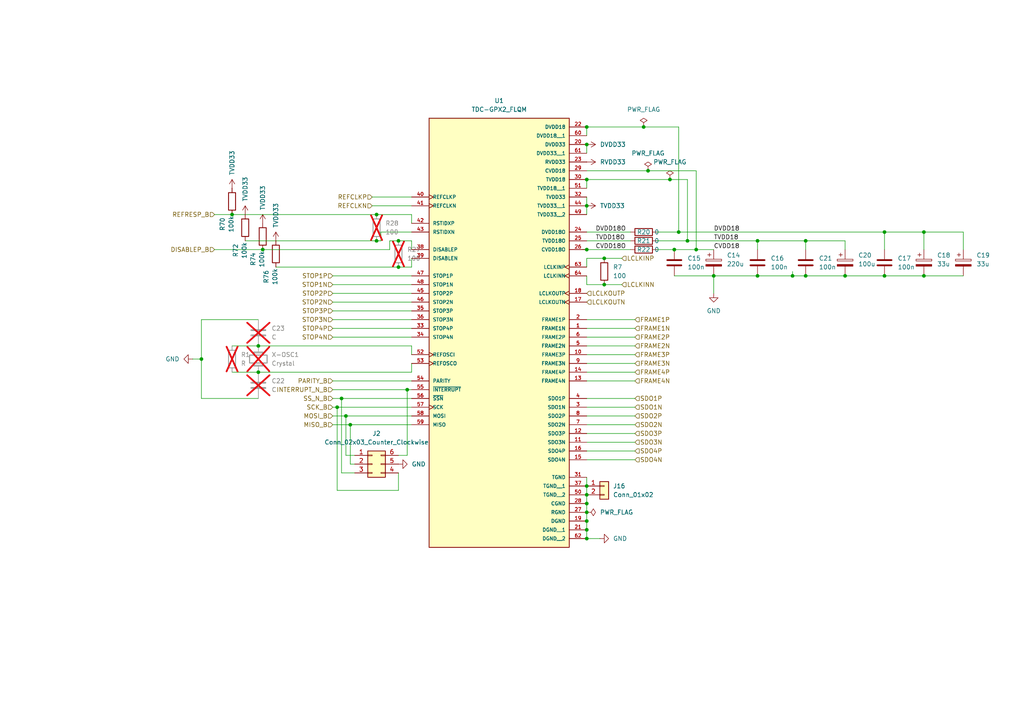
<source format=kicad_sch>
(kicad_sch (version 20231120) (generator "eeschema") (generator_version "8.0")
  (paper "A4")
  (lib_symbols
    (symbol "Connector_Generic:Conn_01x02" (pin_names (offset 1.016) hide)
      (property "Reference" "J" (at 0 2.54 0))
      (property "Value" "Conn_01x02" (at 0 -5.08 0))
      (symbol "Conn_01x02_1_1"
        (rectangle (start -1.27 -2.413) (end 0 -2.667) (stroke (width 0.1524)))
        (rectangle (start -1.27 0.127) (end 0 -0.127) (stroke (width 0.1524)))
        (rectangle (start -1.27 1.27) (end 1.27 -3.81) (stroke (width 0.254)) (fill (type background)))
        (pin passive line (at -5.08 0 0) (length 3.81) (name "Pin_1") (number "1"))
        (pin passive line (at -5.08 -2.54 0) (length 3.81) (name "Pin_2") (number "2"))
      )
    )
    (symbol "Connector_Generic:Conn_02x03_Counter_Clockwise" (pin_names (offset 1.016) hide)
      (property "Reference" "J" (at 1.27 5.08 0))
      (property "Value" "Conn_02x03_Counter_Clockwise" (at 1.27 -5.08 0))
      (symbol "Conn_02x03_Counter_Clockwise_1_1"
        (rectangle (start -1.27 -2.413) (end 0 -2.667) (stroke (width 0.1524)))
        (rectangle (start -1.27 0.127) (end 0 -0.127) (stroke (width 0.1524)))
        (rectangle (start -1.27 2.667) (end 0 2.413) (stroke (width 0.1524)))
        (rectangle (start -1.27 3.81) (end 3.81 -3.81) (stroke (width 0.254)) (fill (type background)))
        (rectangle (start 3.81 -2.413) (end 2.54 -2.667) (stroke (width 0.1524)))
        (rectangle (start 3.81 0.127) (end 2.54 -0.127) (stroke (width 0.1524)))
        (rectangle (start 3.81 2.667) (end 2.54 2.413) (stroke (width 0.1524)))
        (pin passive line (at -5.08 2.54 0) (length 3.81) (name "Pin_1") (number "1"))
        (pin passive line (at -5.08 0 0) (length 3.81) (name "Pin_2") (number "2"))
        (pin passive line (at -5.08 -2.54 0) (length 3.81) (name "Pin_3") (number "3"))
        (pin passive line (at 7.62 -2.54 180) (length 3.81) (name "Pin_4") (number "4"))
        (pin passive line (at 7.62 0 180) (length 3.81) (name "Pin_5") (number "5"))
        (pin passive line (at 7.62 2.54 180) (length 3.81) (name "Pin_6") (number "6"))
      )
    )
    (symbol "Device:C" (pin_numbers hide) (pin_names (offset 0.254))
      (property "Reference" "C" (at 0.635 2.54 0))
      (property "Value" "C" (at 0.635 -2.54 0))
      (symbol "C_0_1"
        (polyline (pts (xy -2.032 -0.762) (xy 2.032 -0.762)) (stroke (width 0.508)))
        (polyline (pts (xy -2.032 0.762) (xy 2.032 0.762)) (stroke (width 0.508)))
      )
      (symbol "C_1_1"
        (pin passive line (at 0 3.81 270) (length 2.794) (name "~") (number "1"))
        (pin passive line (at 0 -3.81 90) (length 2.794) (name "~") (number "2"))
      )
    )
    (symbol "Device:C_Polarized" (pin_numbers hide) (pin_names (offset 0.254))
      (property "Reference" "C" (at 0.635 2.54 0))
      (property "Value" "C_Polarized" (at 0.635 -2.54 0))
      (symbol "C_Polarized_0_1"
        (rectangle (start -2.286 0.508) (end 2.286 1.016))
        (polyline (pts (xy -1.778 2.286) (xy -0.762 2.286)))
        (polyline (pts (xy -1.27 2.794) (xy -1.27 1.778)))
        (rectangle (start 2.286 -0.508) (end -2.286 -1.016) (fill (type outline)))
      )
      (symbol "C_Polarized_1_1"
        (pin passive line (at 0 3.81 270) (length 2.794) (name "~") (number "1"))
        (pin passive line (at 0 -3.81 90) (length 2.794) (name "~") (number "2"))
      )
    )
    (symbol "Device:Crystal" (pin_numbers hide) (pin_names (offset 1.016) hide)
      (property "Reference" "Y" (at 0 3.81 0))
      (property "Value" "Crystal" (at 0 -3.81 0))
      (symbol "Crystal_0_1"
        (rectangle (start -1.143 2.54) (end 1.143 -2.54) (stroke (width 0.3048)))
        (polyline (pts (xy -2.54 0) (xy -1.905 0)))
        (polyline (pts (xy -1.905 -1.27) (xy -1.905 1.27)) (stroke (width 0.508)))
        (polyline (pts (xy 1.905 -1.27) (xy 1.905 1.27)) (stroke (width 0.508)))
        (polyline (pts (xy 2.54 0) (xy 1.905 0)))
      )
      (symbol "Crystal_1_1"
        (pin passive line (at -3.81 0 0) (length 1.27) (name "1") (number "1"))
        (pin passive line (at 3.81 0 180) (length 1.27) (name "2") (number "2"))
      )
    )
    (symbol "Device:R" (pin_numbers hide) (pin_names (offset 0))
      (property "Reference" "R" (at 2.032 0 90))
      (property "Value" "R" (at 0 0 90))
      (symbol "R_0_1"
        (rectangle (start -1.016 -2.54) (end 1.016 2.54) (stroke (width 0.254)))
      )
      (symbol "R_1_1"
        (pin passive line (at 0 3.81 270) (length 1.27) (name "~") (number "1"))
        (pin passive line (at 0 -3.81 90) (length 1.27) (name "~") (number "2"))
      )
    )
    (symbol "TDC-GPX2_FLQM:TDC-GPX2_FLQM" (pin_names (offset 1.016))
      (property "Reference" "U" (at -20.32 52.07 0))
      (property "Value" "TDC-GPX2_FLQM" (at -20.32 -76.2 0))
      (symbol "TDC-GPX2_FLQM_0_0"
        (rectangle (start -20.32 -73.66) (end 20.32 50.8) (stroke (width 0.254)) (fill (type background)))
        (pin output line (at 25.4 -10.16 180) (length 5.08) (name "FRAME1N") (number "1"))
        (pin output line (at 25.4 -17.78 180) (length 5.08) (name "FRAME3P") (number "10"))
        (pin output line (at 25.4 -43.18 180) (length 5.08) (name "SDO3N") (number "11"))
        (pin output line (at 25.4 -40.64 180) (length 5.08) (name "SDO3P") (number "12"))
        (pin output line (at 25.4 -25.4 180) (length 5.08) (name "FRAME4N") (number "13"))
        (pin output line (at 25.4 -22.86 180) (length 5.08) (name "FRAME4P") (number "14"))
        (pin output line (at 25.4 -48.26 180) (length 5.08) (name "SDO4N") (number "15"))
        (pin output line (at 25.4 -45.72 180) (length 5.08) (name "SDO4P") (number "16"))
        (pin output clock (at 25.4 -2.54 180) (length 5.08) (name "LCLKOUTN") (number "17"))
        (pin output clock (at 25.4 0 180) (length 5.08) (name "LCLKOUTP") (number "18"))
        (pin power_in line (at 25.4 -66.04 180) (length 5.08) (name "DGND") (number "19"))
        (pin output line (at 25.4 -7.62 180) (length 5.08) (name "FRAME1P") (number "2"))
        (pin power_in line (at 25.4 43.18 180) (length 5.08) (name "DVDD33") (number "20"))
        (pin power_in line (at 25.4 -68.58 180) (length 5.08) (name "DGND__1") (number "21"))
        (pin power_in line (at 25.4 48.26 180) (length 5.08) (name "DVDD18") (number "22"))
        (pin power_in line (at 25.4 38.1 180) (length 5.08) (name "RVDD33") (number "23"))
        (pin output line (at 25.4 17.78 180) (length 5.08) (name "DVDD18O") (number "24"))
        (pin output line (at 25.4 15.24 180) (length 5.08) (name "TVDD18O") (number "25"))
        (pin output line (at 25.4 12.7 180) (length 5.08) (name "CVDD18O") (number "26"))
        (pin power_in line (at 25.4 -63.5 180) (length 5.08) (name "RGND") (number "27"))
        (pin power_in line (at 25.4 -60.96 180) (length 5.08) (name "CGND") (number "28"))
        (pin power_in line (at 25.4 35.56 180) (length 5.08) (name "CVDD18") (number "29"))
        (pin output line (at 25.4 -33.02 180) (length 5.08) (name "SDO1N") (number "3"))
        (pin power_in line (at 25.4 33.02 180) (length 5.08) (name "TVDD18") (number "30"))
        (pin power_in line (at 25.4 -53.34 180) (length 5.08) (name "TGND") (number "31"))
        (pin power_in line (at 25.4 27.94 180) (length 5.08) (name "TVDD33") (number "32"))
        (pin input line (at -25.4 -10.16 0) (length 5.08) (name "STOP4P") (number "33"))
        (pin input line (at -25.4 -12.7 0) (length 5.08) (name "STOP4N") (number "34"))
        (pin input line (at -25.4 -5.08 0) (length 5.08) (name "STOP3P") (number "35"))
        (pin input line (at -25.4 -7.62 0) (length 5.08) (name "STOP3N") (number "36"))
        (pin power_in line (at 25.4 -55.88 180) (length 5.08) (name "TGND__1") (number "37"))
        (pin input line (at -25.4 12.7 0) (length 5.08) (name "DISABLEP") (number "38"))
        (pin input line (at -25.4 10.16 0) (length 5.08) (name "DISABLEN") (number "39"))
        (pin output line (at 25.4 -30.48 180) (length 5.08) (name "SDO1P") (number "4"))
        (pin input clock (at -25.4 27.94 0) (length 5.08) (name "REFCLKP") (number "40"))
        (pin input clock (at -25.4 25.4 0) (length 5.08) (name "REFCLKN") (number "41"))
        (pin input line (at -25.4 20.32 0) (length 5.08) (name "RSTIDXP") (number "42"))
        (pin input line (at -25.4 17.78 0) (length 5.08) (name "RSTIDXN") (number "43"))
        (pin power_in line (at 25.4 25.4 180) (length 5.08) (name "TVDD33__1") (number "44"))
        (pin input line (at -25.4 0 0) (length 5.08) (name "STOP2P") (number "45"))
        (pin input line (at -25.4 -2.54 0) (length 5.08) (name "STOP2N") (number "46"))
        (pin input line (at -25.4 5.08 0) (length 5.08) (name "STOP1P") (number "47"))
        (pin input line (at -25.4 2.54 0) (length 5.08) (name "STOP1N") (number "48"))
        (pin power_in line (at 25.4 22.86 180) (length 5.08) (name "TVDD33__2") (number "49"))
        (pin output line (at 25.4 -15.24 180) (length 5.08) (name "FRAME2N") (number "5"))
        (pin power_in line (at 25.4 -58.42 180) (length 5.08) (name "TGND__2") (number "50"))
        (pin power_in line (at 25.4 30.48 180) (length 5.08) (name "TVDD18__1") (number "51"))
        (pin input clock (at -25.4 -17.78 0) (length 5.08) (name "REFOSCI") (number "52"))
        (pin output clock (at -25.4 -20.32 0) (length 5.08) (name "REFOSCO") (number "53"))
        (pin output line (at -25.4 -25.4 0) (length 5.08) (name "PARITY") (number "54"))
        (pin output line (at -25.4 -27.94 0) (length 5.08) (name "~{INTERRUPT}") (number "55"))
        (pin input line (at -25.4 -30.48 0) (length 5.08) (name "~{SSN}") (number "56"))
        (pin input clock (at -25.4 -33.02 0) (length 5.08) (name "SCK") (number "57"))
        (pin input line (at -25.4 -35.56 0) (length 5.08) (name "MOSI") (number "58"))
        (pin bidirectional line (at -25.4 -38.1 0) (length 5.08) (name "MISO") (number "59"))
        (pin output line (at 25.4 -12.7 180) (length 5.08) (name "FRAME2P") (number "6"))
        (pin power_in line (at 25.4 45.72 180) (length 5.08) (name "DVDD18__1") (number "60"))
        (pin power_in line (at 25.4 40.64 180) (length 5.08) (name "DVDD33__1") (number "61"))
        (pin power_in line (at 25.4 -71.12 180) (length 5.08) (name "DGND__2") (number "62"))
        (pin input clock (at 25.4 7.62 180) (length 5.08) (name "LCLKINP") (number "63"))
        (pin input clock (at 25.4 5.08 180) (length 5.08) (name "LCLKINN") (number "64"))
        (pin output line (at 25.4 -38.1 180) (length 5.08) (name "SDO2N") (number "7"))
        (pin output line (at 25.4 -35.56 180) (length 5.08) (name "SDO2P") (number "8"))
        (pin output line (at 25.4 -20.32 180) (length 5.08) (name "FRAME3N") (number "9"))
      )
    )
    (symbol "power:+5C" (power) (pin_numbers hide) (pin_names (offset 0) hide)
      (property "Value" "+5C" (at 0 3.556 0))
      (symbol "+5C_0_1"
        (polyline (pts (xy -0.762 1.27) (xy 0 2.54)))
        (polyline (pts (xy 0 0) (xy 0 2.54)))
        (polyline (pts (xy 0 2.54) (xy 0.762 1.27)))
      )
      (symbol "+5C_1_1"
        (pin power_in line (at 0 0 90) (length 0) (name "~") (number "1"))
      )
    )
    (symbol "power:GND" (power) (pin_numbers hide) (pin_names (offset 0) hide)
      (property "Value" "GND" (at 0 -3.81 0))
      (symbol "GND_0_1"
        (polyline (pts (xy 0 0) (xy 0 -1.27) (xy 1.27 -1.27) (xy 0 -2.54) (xy -1.27 -1.27) (xy 0 -1.27)))
      )
      (symbol "GND_1_1"
        (pin power_in line (at 0 0 270) (length 0) (name "~") (number "1"))
      )
    )
    (symbol "power:PWR_FLAG" (power) (pin_numbers hide) (pin_names (offset 0) hide)
      (property "Value" "PWR_FLAG" (at 0 3.81 0))
      (symbol "PWR_FLAG_0_0"
        (pin power_out line (at 0 0 90) (length 0) (name "~") (number "1"))
      )
      (symbol "PWR_FLAG_0_1"
        (polyline (pts (xy 0 0) (xy 0 1.27) (xy -1.016 1.905) (xy 0 2.54) (xy 1.016 1.905) (xy 0 1.27)))
      )
    )
  )
  (junction (at 175.26 82.55))
  (junction (at 219.71 69.85))
  (junction (at 256.54 67.31))
  (junction (at 76.2 72.39))
  (junction (at 201.93 72.39))
  (junction (at 199.39 69.85))
  (junction (at 267.97 67.31))
  (junction (at 170.18 72.39))
  (junction (at 170.18 59.69))
  (junction (at 170.18 36.83))
  (junction (at 170.18 156.21))
  (junction (at 207.01 80.01))
  (junction (at 187.96 49.53))
  (junction (at 74.93 107.95))
  (junction (at 170.18 151.13))
  (junction (at 219.71 80.01))
  (junction (at 109.22 69.85))
  (junction (at 99.06 115.57))
  (junction (at 74.93 100.33))
  (junction (at 175.26 74.93))
  (junction (at 233.68 69.85))
  (junction (at 118.11 113.03))
  (junction (at 170.18 52.07))
  (junction (at 100.33 120.65))
  (junction (at 58.42 104.14))
  (junction (at 97.79 118.11))
  (junction (at 170.18 148.59))
  (junction (at 256.54 80.01))
  (junction (at 115.57 77.47))
  (junction (at 115.57 69.85))
  (junction (at 170.18 140.97))
  (junction (at 194.31 52.07))
  (junction (at 245.11 80.01))
  (junction (at 233.68 80.01))
  (junction (at 229.87 80.01))
  (junction (at 67.31 62.23))
  (junction (at 186.69 36.83))
  (junction (at 101.6 123.19))
  (junction (at 170.18 146.05))
  (junction (at 170.18 143.51))
  (junction (at 195.58 72.39))
  (junction (at 109.22 62.23))
  (junction (at 170.18 153.67))
  (junction (at 196.85 67.31))
  (junction (at 267.97 80.01))
  (junction (at 170.18 41.91))
  (wire (pts (xy 101.6 134.62) (xy 102.87 134.62)))
  (wire (pts (xy 96.52 87.63) (xy 119.38 87.63)))
  (wire (pts (xy 201.93 72.39) (xy 207.01 72.39)))
  (wire (pts (xy 100.33 132.08) (xy 102.87 132.08)))
  (wire (pts (xy 62.23 62.23) (xy 67.31 62.23)))
  (wire (pts (xy 96.52 115.57) (xy 99.06 115.57)))
  (wire (pts (xy 67.31 62.23) (xy 109.22 62.23)))
  (wire (pts (xy 109.22 69.85) (xy 110.49 69.85)))
  (wire (pts (xy 170.18 107.95) (xy 184.15 107.95)))
  (wire (pts (xy 170.18 123.19) (xy 184.15 123.19)))
  (wire (pts (xy 279.4 67.31) (xy 279.4 72.39)))
  (wire (pts (xy 201.93 49.53) (xy 201.93 72.39)))
  (wire (pts (xy 80.01 77.47) (xy 115.57 77.47)))
  (wire (pts (xy 67.31 107.95) (xy 74.93 107.95)))
  (wire (pts (xy 207.01 80.01) (xy 219.71 80.01)))
  (wire (pts (xy 219.71 69.85) (xy 219.71 72.39)))
  (wire (pts (xy 170.18 110.49) (xy 184.15 110.49)))
  (wire (pts (xy 196.85 67.31) (xy 256.54 67.31)))
  (wire (pts (xy 110.49 69.85) (xy 110.49 67.31)))
  (wire (pts (xy 267.97 67.31) (xy 279.4 67.31)))
  (wire (pts (xy 175.26 82.55) (xy 180.34 82.55)))
  (wire (pts (xy 170.18 52.07) (xy 170.18 54.61)))
  (wire (pts (xy 170.18 146.05) (xy 170.18 148.59)))
  (wire (pts (xy 58.42 104.14) (xy 58.42 115.57)))
  (wire (pts (xy 199.39 52.07) (xy 194.31 52.07)))
  (wire (pts (xy 101.6 123.19) (xy 119.38 123.19)))
  (wire (pts (xy 96.52 120.65) (xy 100.33 120.65)))
  (wire (pts (xy 74.93 107.95) (xy 119.38 107.95)))
  (wire (pts (xy 170.18 82.55) (xy 170.18 80.01)))
  (wire (pts (xy 109.22 62.23) (xy 119.38 62.23)))
  (wire (pts (xy 233.68 69.85) (xy 233.68 72.39)))
  (wire (pts (xy 170.18 74.93) (xy 170.18 77.47)))
  (wire (pts (xy 119.38 77.47) (xy 119.38 74.93)))
  (wire (pts (xy 180.34 74.93) (xy 175.26 74.93)))
  (wire (pts (xy 115.57 132.08) (xy 118.11 132.08)))
  (wire (pts (xy 107.95 59.69) (xy 119.38 59.69)))
  (wire (pts (xy 96.52 90.17) (xy 119.38 90.17)))
  (wire (pts (xy 245.11 80.01) (xy 256.54 80.01)))
  (wire (pts (xy 170.18 156.21) (xy 173.99 156.21)))
  (wire (pts (xy 170.18 95.25) (xy 184.15 95.25)))
  (wire (pts (xy 170.18 72.39) (xy 182.88 72.39)))
  (wire (pts (xy 118.11 113.03) (xy 119.38 113.03)))
  (wire (pts (xy 199.39 69.85) (xy 199.39 52.07)))
  (wire (pts (xy 170.18 125.73) (xy 184.15 125.73)))
  (wire (pts (xy 170.18 120.65) (xy 184.15 120.65)))
  (wire (pts (xy 267.97 67.31) (xy 267.97 72.39)))
  (wire (pts (xy 62.23 72.39) (xy 76.2 72.39)))
  (wire (pts (xy 113.03 69.85) (xy 115.57 69.85)))
  (wire (pts (xy 119.38 105.41) (xy 119.38 107.95)))
  (wire (pts (xy 170.18 115.57) (xy 184.15 115.57)))
  (wire (pts (xy 229.87 80.01) (xy 233.68 80.01)))
  (wire (pts (xy 96.52 123.19) (xy 101.6 123.19)))
  (wire (pts (xy 58.42 104.14) (xy 58.42 92.71)))
  (wire (pts (xy 97.79 118.11) (xy 97.79 142.24)))
  (wire (pts (xy 170.18 105.41) (xy 184.15 105.41)))
  (wire (pts (xy 170.18 118.11) (xy 184.15 118.11)))
  (wire (pts (xy 96.52 113.03) (xy 118.11 113.03)))
  (wire (pts (xy 96.52 80.01) (xy 119.38 80.01)))
  (wire (pts (xy 74.93 100.33) (xy 119.38 100.33)))
  (wire (pts (xy 102.87 137.16) (xy 99.06 137.16)))
  (wire (pts (xy 107.95 57.15) (xy 119.38 57.15)))
  (wire (pts (xy 196.85 67.31) (xy 196.85 36.83)))
  (wire (pts (xy 96.52 82.55) (xy 119.38 82.55)))
  (wire (pts (xy 96.52 95.25) (xy 119.38 95.25)))
  (wire (pts (xy 190.5 69.85) (xy 199.39 69.85)))
  (wire (pts (xy 170.18 100.33) (xy 184.15 100.33)))
  (wire (pts (xy 110.49 67.31) (xy 119.38 67.31)))
  (wire (pts (xy 71.12 69.85) (xy 109.22 69.85)))
  (wire (pts (xy 190.5 72.39) (xy 195.58 72.39)))
  (wire (pts (xy 245.11 69.85) (xy 245.11 72.39)))
  (wire (pts (xy 170.18 59.69) (xy 170.18 62.23)))
  (wire (pts (xy 170.18 151.13) (xy 170.18 153.67)))
  (wire (pts (xy 256.54 67.31) (xy 256.54 72.39)))
  (wire (pts (xy 100.33 120.65) (xy 119.38 120.65)))
  (wire (pts (xy 233.68 80.01) (xy 245.11 80.01)))
  (wire (pts (xy 195.58 80.01) (xy 207.01 80.01)))
  (wire (pts (xy 170.18 97.79) (xy 184.15 97.79)))
  (wire (pts (xy 101.6 123.19) (xy 101.6 134.62)))
  (wire (pts (xy 96.52 110.49) (xy 119.38 110.49)))
  (wire (pts (xy 113.03 72.39) (xy 113.03 69.85)))
  (wire (pts (xy 170.18 143.51) (xy 170.18 146.05)))
  (wire (pts (xy 229.87 78.74) (xy 229.87 80.01)))
  (wire (pts (xy 96.52 92.71) (xy 119.38 92.71)))
  (wire (pts (xy 76.2 72.39) (xy 113.03 72.39)))
  (wire (pts (xy 168.91 72.39) (xy 170.18 72.39)))
  (wire (pts (xy 170.18 130.81) (xy 184.15 130.81)))
  (wire (pts (xy 170.18 82.55) (xy 175.26 82.55)))
  (wire (pts (xy 170.18 148.59) (xy 170.18 151.13)))
  (wire (pts (xy 199.39 69.85) (xy 219.71 69.85)))
  (wire (pts (xy 115.57 69.85) (xy 119.38 69.85)))
  (wire (pts (xy 194.31 52.07) (xy 170.18 52.07)))
  (wire (pts (xy 219.71 69.85) (xy 233.68 69.85)))
  (wire (pts (xy 99.06 115.57) (xy 119.38 115.57)))
  (wire (pts (xy 219.71 80.01) (xy 229.87 80.01)))
  (wire (pts (xy 96.52 85.09) (xy 119.38 85.09)))
  (wire (pts (xy 119.38 100.33) (xy 119.38 102.87)))
  (wire (pts (xy 58.42 92.71) (xy 74.93 92.71)))
  (wire (pts (xy 170.18 92.71) (xy 184.15 92.71)))
  (wire (pts (xy 187.96 49.53) (xy 201.93 49.53)))
  (wire (pts (xy 170.18 69.85) (xy 182.88 69.85)))
  (wire (pts (xy 170.18 133.35) (xy 184.15 133.35)))
  (wire (pts (xy 99.06 137.16) (xy 99.06 115.57)))
  (wire (pts (xy 97.79 142.24) (xy 115.57 142.24)))
  (wire (pts (xy 233.68 69.85) (xy 245.11 69.85)))
  (wire (pts (xy 201.93 72.39) (xy 195.58 72.39)))
  (wire (pts (xy 115.57 142.24) (xy 115.57 137.16)))
  (wire (pts (xy 170.18 153.67) (xy 170.18 156.21)))
  (wire (pts (xy 267.97 80.01) (xy 279.4 80.01)))
  (wire (pts (xy 170.18 140.97) (xy 170.18 143.51)))
  (wire (pts (xy 170.18 138.43) (xy 170.18 140.97)))
  (wire (pts (xy 100.33 120.65) (xy 100.33 132.08)))
  (wire (pts (xy 256.54 67.31) (xy 267.97 67.31)))
  (wire (pts (xy 256.54 80.01) (xy 267.97 80.01)))
  (wire (pts (xy 170.18 74.93) (xy 175.26 74.93)))
  (wire (pts (xy 170.18 49.53) (xy 187.96 49.53)))
  (wire (pts (xy 115.57 77.47) (xy 119.38 77.47)))
  (wire (pts (xy 119.38 62.23) (xy 119.38 64.77)))
  (wire (pts (xy 118.11 113.03) (xy 118.11 132.08)))
  (wire (pts (xy 170.18 41.91) (xy 170.18 44.45)))
  (wire (pts (xy 67.31 100.33) (xy 74.93 100.33)))
  (wire (pts (xy 58.42 115.57) (xy 74.93 115.57)))
  (wire (pts (xy 170.18 36.83) (xy 170.18 39.37)))
  (wire (pts (xy 186.69 36.83) (xy 170.18 36.83)))
  (wire (pts (xy 170.18 128.27) (xy 184.15 128.27)))
  (wire (pts (xy 170.18 67.31) (xy 182.88 67.31)))
  (wire (pts (xy 55.88 104.14) (xy 58.42 104.14)))
  (wire (pts (xy 170.18 57.15) (xy 170.18 59.69)))
  (wire (pts (xy 96.52 97.79) (xy 119.38 97.79)))
  (wire (pts (xy 97.79 118.11) (xy 119.38 118.11)))
  (wire (pts (xy 190.5 67.31) (xy 196.85 67.31)))
  (wire (pts (xy 170.18 102.87) (xy 184.15 102.87)))
  (wire (pts (xy 96.52 118.11) (xy 97.79 118.11)))
  (wire (pts (xy 207.01 80.01) (xy 207.01 85.09)))
  (wire (pts (xy 119.38 69.85) (xy 119.38 72.39)))
  (wire (pts (xy 196.85 36.83) (xy 186.69 36.83)))
  (label "CVDD18O" (at 172.72 72.39 0) (property "Netclass" "POWER1" (effects (hide yes))))
  (label "CVDD18" (at 207.01 72.39 0) (property "Netclass" "POWER1" (effects (hide yes))))
  (label "TVDD18" (at 207.01 69.85 0) (property "Netclass" "POWER1" (effects (hide yes))))
  (label "DVDD18" (at 207.01 67.31 0) (property "Netclass" "POWER1" (effects (hide yes))))
  (label "TVDD18O" (at 172.72 69.85 0) (property "Netclass" "POWER1" (effects (hide yes))))
  (label "DVDD18O" (at 172.72 67.31 0) (property "Netclass" "POWER1" (effects (hide yes))))
  (hierarchical_label "REFCLKN" (shape input) (at 107.95 59.69 180) (property "Netclass" "LVDS" (effects (hide yes))))
  (hierarchical_label "SDO3N" (shape input) (at 184.15 128.27 0) (property "Netclass" "LVDS" (effects (hide yes))))
  (hierarchical_label "FRAME2P" (shape input) (at 184.15 97.79 0) (property "Netclass" "LVDS" (effects (hide yes))))
  (hierarchical_label "FRAME3N" (shape input) (at 184.15 105.41 0) (property "Netclass" "LVDS" (effects (hide yes))))
  (hierarchical_label "FRAME1N" (shape input) (at 184.15 95.25 0) (property "Netclass" "LVDS" (effects (hide yes))))
  (hierarchical_label "SDO1N" (shape input) (at 184.15 118.11 0) (property "Netclass" "LVDS" (effects (hide yes))))
  (hierarchical_label "STOP3N" (shape input) (at 96.52 92.71 180) (property "Netclass" "LVDS" (effects (hide yes))))
  (hierarchical_label "LCLKINN" (shape input) (at 180.34 82.55 0) (property "Netclass" "LVDS" (effects (hide yes))))
  (hierarchical_label "LCLKINP" (shape input) (at 180.34 74.93 0) (property "Netclass" "LVDS" (effects (hide yes))))
  (hierarchical_label "STOP1N" (shape input) (at 96.52 82.55 180) (property "Netclass" "LVDS" (effects (hide yes))))
  (hierarchical_label "STOP4P" (shape input) (at 96.52 95.25 180) (property "Netclass" "LVDS" (effects (hide yes))))
  (hierarchical_label "FRAME2N" (shape input) (at 184.15 100.33 0) (property "Netclass" "LVDS" (effects (hide yes))))
  (hierarchical_label "SDO2N" (shape input) (at 184.15 123.19 0) (property "Netclass" "LVDS" (effects (hide yes))))
  (hierarchical_label "REFCLKP" (shape input) (at 107.95 57.15 180) (property "Netclass" "LVDS" (effects (hide yes))))
  (hierarchical_label "PARITY_B" (shape input) (at 96.52 110.49 180))
  (hierarchical_label "SDO4N" (shape input) (at 184.15 133.35 0) (property "Netclass" "LVDS" (effects (hide yes))))
  (hierarchical_label "SDO3P" (shape input) (at 184.15 125.73 0) (property "Netclass" "LVDS" (effects (hide yes))))
  (hierarchical_label "FRAME1P" (shape input) (at 184.15 92.71 0) (property "Netclass" "LVDS" (effects (hide yes))))
  (hierarchical_label "FRAME4N" (shape input) (at 184.15 110.49 0) (property "Netclass" "LVDS" (effects (hide yes))))
  (hierarchical_label "STOP3P" (shape input) (at 96.52 90.17 180) (property "Netclass" "LVDS" (effects (hide yes))))
  (hierarchical_label "SDO4P" (shape input) (at 184.15 130.81 0) (property "Netclass" "LVDS" (effects (hide yes))))
  (hierarchical_label "SDO1P" (shape input) (at 184.15 115.57 0) (property "Netclass" "LVDS" (effects (hide yes))))
  (hierarchical_label "SDO2P" (shape input) (at 184.15 120.65 0) (property "Netclass" "LVDS" (effects (hide yes))))
  (hierarchical_label "MOSI_B" (shape input) (at 96.52 120.65 180))
  (hierarchical_label "MISO_B" (shape input) (at 96.52 123.19 180))
  (hierarchical_label "INTERRUPT_N_B" (shape input) (at 96.52 113.03 180))
  (hierarchical_label "DISABLEP_B" (shape input) (at 62.23 72.39 180))
  (hierarchical_label "STOP4N" (shape input) (at 96.52 97.79 180) (property "Netclass" "LVDS" (effects (hide yes))))
  (hierarchical_label "LCLKOUTP" (shape input) (at 170.18 85.09 0) (property "Netclass" "LVDS" (effects (hide yes))))
  (hierarchical_label "SS_N_B" (shape input) (at 96.52 115.57 180))
  (hierarchical_label "SCK_B" (shape input) (at 96.52 118.11 180))
  (hierarchical_label "REFRESP_B" (shape input) (at 62.23 62.23 180))
  (hierarchical_label "FRAME4P" (shape input) (at 184.15 107.95 0) (property "Netclass" "LVDS" (effects (hide yes))))
  (hierarchical_label "STOP2P" (shape input) (at 96.52 85.09 180) (property "Netclass" "LVDS" (effects (hide yes))))
  (hierarchical_label "STOP2N" (shape input) (at 96.52 87.63 180) (property "Netclass" "LVDS" (effects (hide yes))))
  (hierarchical_label "LCLKOUTN" (shape input) (at 170.18 87.63 0) (property "Netclass" "LVDS" (effects (hide yes))))
  (hierarchical_label "FRAME3P" (shape input) (at 184.15 102.87 0) (property "Netclass" "LVDS" (effects (hide yes))))
  (hierarchical_label "STOP1P" (shape input) (at 96.52 80.01 180) (property "Netclass" "LVDS" (effects (hide yes))))
  (symbol (lib_id "Device:C") (at 256.54 76.2 0) (unit 1)
    (property "Reference" "C17" (at 260.35 74.9299 0) (effects (justify left)))
    (property "Value" "100n" (at 260.35 77.4699 0) (effects (justify left)))
    (property "Footprint" "Capacitor_SMD:C_0603_1608Metric_Pad1.08x0.95mm_HandSolder" (effects (hide yes)))
    (property "Description" "Unpolarized capacitor" (effects (hide yes)))
    (property "Manufacturer Reference" "C0603C104K3RACTU" (effects (hide yes)))
  )
  (symbol (lib_id "power:+5C") (at 80.01 69.85 0) (unit 1)
    (property "Reference" "#PWR0100" (effects (hide yes)))
    (property "Value" "TVDD33" (at 80.01 62.484 90))
    (property "Description" "Power symbol creates a global label with name \"+5C\"" (effects (hide yes)))
  )
  (symbol (lib_id "power:PWR_FLAG") (at 187.96 49.53 0) (unit 1)
    (property "Reference" "#FLG06" (effects (hide yes)))
    (property "Value" "PWR_FLAG" (at 187.96 44.45 0))
    (property "Description" "Special symbol for telling ERC where power comes from" (effects (hide yes)))
  )
  (symbol (lib_id "power:PWR_FLAG") (at 186.69 36.83 0) (unit 1)
    (property "Reference" "#FLG05" (effects (hide yes)))
    (property "Value" "PWR_FLAG" (at 186.69 31.75 0))
    (property "Description" "Special symbol for telling ERC where power comes from" (effects (hide yes)))
  )
  (symbol (lib_id "Connector_Generic:Conn_02x03_Counter_Clockwise") (at 107.95 134.62 0) (unit 1)
    (property "Reference" "J2" (at 109.22 125.73 0))
    (property "Value" "Conn_02x03_Counter_Clockwise" (at 109.22 128.27 0))
    (property "Footprint" "Connector_PinHeader_2.54mm:PinHeader_2x03_P2.54mm_Vertical" (effects (hide yes)))
    (property "Description" "Generic connector, double row, 02x03, counter clockwise pin numbering scheme (similar to DIP package numbering), script generated (kicad-library-utils/schlib/autogen/connector/)" (effects (hide yes)))
    (property "Manufacturer Reference" "61300621121" (effects (hide yes)))
  )
  (symbol (lib_id "Device:Crystal") (at 74.93 104.14 90) (unit 1) (in_bom no) (dnp yes)
    (property "Reference" "X-OSC1" (at 78.74 102.8699 90) (effects (justify right)))
    (property "Value" "Crystal" (at 78.74 105.4099 90) (effects (justify right)))
    (property "Footprint" "Marcel:geyer kx-20" (effects (hide yes)))
    (property "Description" "Two pin crystal" (effects (hide yes)))
  )
  (symbol (lib_id "Device:C") (at 233.68 76.2 0) (unit 1)
    (property "Reference" "C21" (at 237.49 74.9299 0) (effects (justify left)))
    (property "Value" "100n" (at 237.49 77.4699 0) (effects (justify left)))
    (property "Footprint" "Capacitor_SMD:C_0603_1608Metric_Pad1.08x0.95mm_HandSolder" (effects (hide yes)))
    (property "Description" "Unpolarized capacitor" (effects (hide yes)))
    (property "Manufacturer Reference" "C0603C104K3RACTU" (effects (hide yes)))
  )
  (symbol (lib_id "Device:R") (at 67.31 104.14 0) (unit 1) (in_bom no) (dnp yes)
    (property "Reference" "R1" (at 69.85 102.8699 0) (effects (justify left)))
    (property "Value" "R" (at 69.85 105.4099 0) (effects (justify left)))
    (property "Footprint" "Resistor_SMD:R_0603_1608Metric_Pad0.98x0.95mm_HandSolder" (effects (hide yes)))
    (property "Description" "Resistor" (effects (hide yes)))
  )
  (symbol (lib_id "Device:R") (at 186.69 72.39 90) (unit 1)
    (property "Reference" "R22" (at 186.69 72.39 90))
    (property "Value" "0" (at 190.5 72.39 90))
    (property "Footprint" "Resistor_SMD:R_0603_1608Metric_Pad0.98x0.95mm_HandSolder" (effects (hide yes)))
    (property "Description" "Resistor" (effects (hide yes)))
    (property "Manufacturer Reference" "RC0603FR-070RL" (effects (hide yes)))
  )
  (symbol (lib_id "Device:C") (at 195.58 76.2 0) (unit 1)
    (property "Reference" "C15" (at 199.39 74.9299 0) (effects (justify left)))
    (property "Value" "100n" (at 199.39 77.4699 0) (effects (justify left)))
    (property "Footprint" "Capacitor_SMD:C_0603_1608Metric_Pad1.08x0.95mm_HandSolder" (effects (hide yes)))
    (property "Description" "Unpolarized capacitor" (effects (hide yes)))
    (property "Manufacturer Reference" "C0603C104K3RACTU" (effects (hide yes)))
  )
  (symbol (lib_id "power:GND") (at 173.99 156.21 90) (unit 1)
    (property "Reference" "#PWR01" (effects (hide yes)))
    (property "Value" "GND" (at 177.8 156.2099 90) (effects (justify right)))
    (property "Description" "Power symbol creates a global label with name \"GND\" , ground" (effects (hide yes)))
  )
  (symbol (lib_id "Device:C") (at 74.93 111.76 0) (unit 1) (in_bom no) (dnp yes)
    (property "Reference" "C22" (at 78.74 110.4899 0) (effects (justify left)))
    (property "Value" "C" (at 78.74 113.0299 0) (effects (justify left)))
    (property "Footprint" "Capacitor_SMD:C_0603_1608Metric_Pad1.08x0.95mm_HandSolder" (effects (hide yes)))
    (property "Description" "Unpolarized capacitor" (effects (hide yes)))
  )
  (symbol (lib_id "power:+5C") (at 71.12 62.23 0) (unit 1)
    (property "Reference" "#PWR098" (effects (hide yes)))
    (property "Value" "TVDD33" (at 71.12 54.864 90))
    (property "Description" "Power symbol creates a global label with name \"+5C\"" (effects (hide yes)))
  )
  (symbol (lib_id "Device:R") (at 71.12 66.04 180) (unit 1)
    (property "Reference" "R72" (at 68.326 72.644 90))
    (property "Value" "100k" (at 70.866 72.644 90))
    (property "Footprint" "Resistor_SMD:R_0603_1608Metric_Pad0.98x0.95mm_HandSolder" (effects (hide yes)))
    (property "Description" "Resistor" (effects (hide yes)))
    (property "Manufacturer Reference" "RC0603FR-07100KL" (effects (hide yes)))
  )
  (symbol (lib_id "Device:C_Polarized") (at 279.4 76.2 0) (unit 1)
    (property "Reference" "C19" (at 283.21 74.0409 0) (effects (justify left)))
    (property "Value" "33u" (at 283.21 76.5809 0) (effects (justify left)))
    (property "Footprint" "Capacitor_Tantalum_SMD:CP_EIA-2012-15_AVX-P_Pad1.30x1.05mm_HandSolder" (effects (hide yes)))
    (property "Description" "Polarized capacitor (tantal)" (effects (hide yes)))
    (property "Manufacturer Reference" "F950J336MPAAQ2" (effects (hide yes)))
  )
  (symbol (lib_id "power:GND") (at 55.88 104.14 270) (unit 1)
    (property "Reference" "#PWR02" (effects (hide yes)))
    (property "Value" "GND" (at 52.07 104.1399 90) (effects (justify right)))
    (property "Description" "Power symbol creates a global label with name \"GND\" , ground" (effects (hide yes)))
  )
  (symbol (lib_id "power:+5C") (at 170.18 41.91 270) (unit 1)
    (property "Reference" "#PWR075" (effects (hide yes)))
    (property "Value" "DVDD33" (at 173.99 41.9099 90) (effects (justify left)))
    (property "Description" "Power symbol creates a global label with name \"+5C\"" (effects (hide yes)))
  )
  (symbol (lib_id "power:+5C") (at 170.18 59.69 270) (unit 1)
    (property "Reference" "#PWR073" (effects (hide yes)))
    (property "Value" "TVDD33" (at 173.99 59.6899 90) (effects (justify left)))
    (property "Description" "Power symbol creates a global label with name \"+5C\"" (effects (hide yes)))
  )
  (symbol (lib_id "Device:R") (at 186.69 67.31 90) (unit 1)
    (property "Reference" "R20" (at 186.69 67.31 90))
    (property "Value" "0" (at 190.5 67.31 90))
    (property "Footprint" "Resistor_SMD:R_0603_1608Metric_Pad0.98x0.95mm_HandSolder" (effects (hide yes)))
    (property "Description" "Resistor" (effects (hide yes)))
    (property "Manufacturer Reference" "RC0603FR-070RL" (effects (hide yes)))
  )
  (symbol (lib_id "Device:R") (at 186.69 69.85 90) (unit 1)
    (property "Reference" "R21" (at 186.69 69.85 90))
    (property "Value" "0" (at 190.5 69.85 90))
    (property "Footprint" "Resistor_SMD:R_0603_1608Metric_Pad0.98x0.95mm_HandSolder" (effects (hide yes)))
    (property "Description" "Resistor" (effects (hide yes)))
    (property "Manufacturer Reference" "RC0603FR-070RL" (effects (hide yes)))
  )
  (symbol (lib_id "power:+5C") (at 76.2 64.77 0) (unit 1)
    (property "Reference" "#PWR099" (effects (hide yes)))
    (property "Value" "TVDD33" (at 76.2 57.404 90))
    (property "Description" "Power symbol creates a global label with name \"+5C\"" (effects (hide yes)))
  )
  (symbol (lib_id "power:+5C") (at 170.18 46.99 270) (unit 1)
    (property "Reference" "#PWR076" (effects (hide yes)))
    (property "Value" "RVDD33" (at 173.99 46.9899 90) (effects (justify left)))
    (property "Description" "Power symbol creates a global label with name \"+5C\"" (effects (hide yes)))
  )
  (symbol (lib_id "Device:C_Polarized") (at 245.11 76.2 0) (unit 1)
    (property "Reference" "C20" (at 248.92 74.0409 0) (effects (justify left)))
    (property "Value" "100u" (at 248.92 76.5809 0) (effects (justify left)))
    (property "Footprint" "Capacitor_Tantalum_SMD:CP_EIA-2012-15_AVX-P_Pad1.30x1.05mm_HandSolder" (effects (hide yes)))
    (property "Description" "Polarized capacitor (tantal)" (effects (hide yes)))
    (property "Manufacturer Reference" "F950J107MPAAQ2" (effects (hide yes)))
  )
  (symbol (lib_id "power:GND") (at 207.01 85.09 0) (unit 1)
    (property "Reference" "#PWR077" (effects (hide yes)))
    (property "Value" "GND" (at 207.01 90.17 0))
    (property "Description" "Power symbol creates a global label with name \"GND\" , ground" (effects (hide yes)))
  )
  (symbol (lib_id "Device:R") (at 76.2 68.58 180) (unit 1)
    (property "Reference" "R74" (at 73.406 75.184 90))
    (property "Value" "100k" (at 75.946 75.184 90))
    (property "Footprint" "Resistor_SMD:R_0603_1608Metric_Pad0.98x0.95mm_HandSolder" (effects (hide yes)))
    (property "Description" "Resistor" (effects (hide yes)))
    (property "Manufacturer Reference" "RC0603FR-07100KL" (effects (hide yes)))
  )
  (symbol (lib_id "Device:R") (at 175.26 78.74 0) (unit 1)
    (property "Reference" "R7" (at 177.8 77.4699 0) (effects (justify left)))
    (property "Value" "100" (at 177.8 80.0099 0) (effects (justify left)))
    (property "Footprint" "Resistor_SMD:R_0603_1608Metric_Pad0.98x0.95mm_HandSolder" (effects (hide yes)))
    (property "Description" "Resistor" (effects (hide yes)))
    (property "Manufacturer Reference" "RC0603FR-07100RL" (effects (hide yes)))
  )
  (symbol (lib_id "TDC-GPX2_FLQM:TDC-GPX2_FLQM") (at 144.78 85.09 0) (unit 1)
    (property "Reference" "U1" (at 144.78 29.21 0))
    (property "Value" "TDC-GPX2_FLQM" (at 144.78 31.75 0))
    (property "Footprint" "TDC_GPX2_FLQM:QFP50P1200X1200X160-64N" (effects (hide yes)))
    (property "PARTREV" "v1-03" (effects (hide yes)))
    (property "STANDARD" "IPC 7351B" (effects (hide yes)))
    (property "MAXIMUM_PACKAGE_HEIGHT" "1.6 mm" (effects (hide yes)))
    (property "MANUFACTURER" "ScioSense" (effects (hide yes)))
    (property "Manufacturer Reference" " TDC-GPX2 FLQM " (effects (hide yes)))
  )
  (symbol (lib_id "power:PWR_FLAG") (at 170.18 148.59 270) (unit 1)
    (property "Reference" "#FLG02" (effects (hide yes)))
    (property "Value" "PWR_FLAG" (at 173.99 148.5899 90) (effects (justify left)))
    (property "Description" "Special symbol for telling ERC where power comes from" (effects (hide yes)))
  )
  (symbol (lib_id "Connector_Generic:Conn_01x02") (at 175.26 140.97 0) (unit 1)
    (property "Reference" "J16" (at 177.8 140.9699 0) (effects (justify left)))
    (property "Value" "Conn_01x02" (at 177.8 143.5099 0) (effects (justify left)))
    (property "Footprint" "Connector_PinHeader_2.54mm:PinHeader_1x02_P2.54mm_Vertical" (effects (hide yes)))
    (property "Description" "Generic connector, single row, 01x02, script generated (kicad-library-utils/schlib/autogen/connector/)" (effects (hide yes)))
    (property "Manufacturer Reference" "61300211121" (effects (hide yes)))
  )
  (symbol (lib_id "Device:R") (at 80.01 73.66 180) (unit 1)
    (property "Reference" "R76" (at 77.216 80.264 90))
    (property "Value" "100k" (at 79.756 80.264 90))
    (property "Footprint" "Resistor_SMD:R_0603_1608Metric_Pad0.98x0.95mm_HandSolder" (effects (hide yes)))
    (property "Description" "Resistor" (effects (hide yes)))
    (property "Manufacturer Reference" "RC0603FR-07100KL" (effects (hide yes)))
  )
  (symbol (lib_id "Device:R") (at 115.57 73.66 0) (unit 1) (exclude_from_sim yes) (in_bom no) (on_board no) (dnp yes)
    (property "Reference" "R27" (at 118.11 72.3899 0) (effects (justify left)))
    (property "Value" "100" (at 118.11 74.9299 0) (effects (justify left)))
    (property "Footprint" "Resistor_SMD:R_0603_1608Metric_Pad0.98x0.95mm_HandSolder" (effects (hide yes)))
    (property "Description" "Resistor" (effects (hide yes)))
    (property "Manufacturer Reference" "RC0603FR-07100RL" (effects (hide yes)))
  )
  (symbol (lib_id "Device:C_Polarized") (at 207.01 76.2 0) (unit 1)
    (property "Reference" "C14" (at 210.82 74.0409 0) (effects (justify left)))
    (property "Value" "220u" (at 210.82 76.5809 0) (effects (justify left)))
    (property "Footprint" "Capacitor_Tantalum_SMD:CP_EIA-3528-21_Kemet-B_Pad1.50x2.35mm_HandSolder" (effects (hide yes)))
    (property "Description" "Polarized capacitor (tantal)" (effects (hide yes)))
    (property "Manufacturer Reference" "F950J227MBAAQ2" (effects (hide yes)))
  )
  (symbol (lib_id "Device:R") (at 67.31 58.42 180) (unit 1)
    (property "Reference" "R70" (at 64.516 65.024 90))
    (property "Value" "100k" (at 67.056 65.024 90))
    (property "Footprint" "Resistor_SMD:R_0603_1608Metric_Pad0.98x0.95mm_HandSolder" (effects (hide yes)))
    (property "Description" "Resistor" (effects (hide yes)))
    (property "Manufacturer Reference" "RC0603FR-07100KL" (effects (hide yes)))
  )
  (symbol (lib_id "power:PWR_FLAG") (at 194.31 52.07 0) (unit 1)
    (property "Reference" "#FLG07" (effects (hide yes)))
    (property "Value" "PWR_FLAG" (at 194.31 46.99 0))
    (property "Description" "Special symbol for telling ERC where power comes from" (effects (hide yes)))
  )
  (symbol (lib_id "Device:C_Polarized") (at 267.97 76.2 0) (unit 1)
    (property "Reference" "C18" (at 271.78 74.0409 0) (effects (justify left)))
    (property "Value" "33u" (at 271.78 76.5809 0) (effects (justify left)))
    (property "Footprint" "Capacitor_Tantalum_SMD:CP_EIA-2012-15_AVX-P_Pad1.30x1.05mm_HandSolder" (effects (hide yes)))
    (property "Description" "Polarized capacitor (tantal)" (effects (hide yes)))
    (property "Manufacturer Reference" "F950J336MPAAQ2" (effects (hide yes)))
  )
  (symbol (lib_id "Device:C") (at 219.71 76.2 0) (unit 1)
    (property "Reference" "C16" (at 223.52 74.9299 0) (effects (justify left)))
    (property "Value" "100n" (at 223.52 77.4699 0) (effects (justify left)))
    (property "Footprint" "Capacitor_SMD:C_0603_1608Metric_Pad1.08x0.95mm_HandSolder" (effects (hide yes)))
    (property "Description" "Unpolarized capacitor" (effects (hide yes)))
    (property "Manufacturer Reference" "C0603C104K3RACTU" (effects (hide yes)))
  )
  (symbol (lib_id "Device:C") (at 74.93 96.52 0) (unit 1) (in_bom no) (dnp yes)
    (property "Reference" "C23" (at 78.74 95.2499 0) (effects (justify left)))
    (property "Value" "C" (at 78.74 97.7899 0) (effects (justify left)))
    (property "Footprint" "Capacitor_SMD:C_0603_1608Metric_Pad1.08x0.95mm_HandSolder" (effects (hide yes)))
    (property "Description" "Unpolarized capacitor" (effects (hide yes)))
  )
  (symbol (lib_id "Device:R") (at 109.22 66.04 0) (unit 1) (exclude_from_sim yes) (in_bom no) (on_board no) (dnp yes)
    (property "Reference" "R28" (at 111.76 64.7699 0) (effects (justify left)))
    (property "Value" "100" (at 111.76 67.3099 0) (effects (justify left)))
    (property "Footprint" "Resistor_SMD:R_0603_1608Metric_Pad0.98x0.95mm_HandSolder" (effects (hide yes)))
    (property "Description" "Resistor" (effects (hide yes)))
    (property "Manufacturer Reference" "RC0603FR-07100RL" (effects (hide yes)))
  )
  (symbol (lib_id "power:GND") (at 115.57 134.62 90) (unit 1)
    (property "Reference" "#PWR013" (effects (hide yes)))
    (property "Value" "GND" (at 119.38 134.6199 90) (effects (justify right)))
    (property "Description" "Power symbol creates a global label with name \"GND\" , ground" (effects (hide yes)))
  )
  (symbol (lib_id "power:+5C") (at 67.31 54.61 0) (unit 1)
    (property "Reference" "#PWR094" (effects (hide yes)))
    (property "Value" "TVDD33" (at 67.31 47.244 90))
    (property "Description" "Power symbol creates a global label with name \"+5C\"" (effects (hide yes)))
  )
)
</source>
